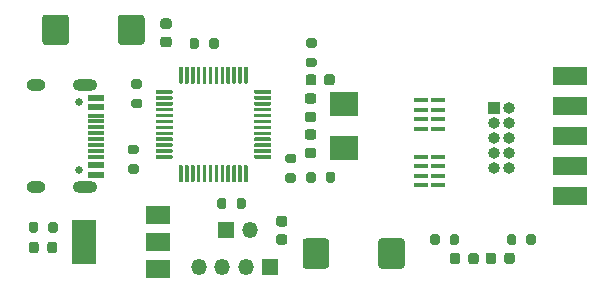
<source format=gbr>
%TF.GenerationSoftware,KiCad,Pcbnew,(5.1.9-0-10_14)*%
%TF.CreationDate,2021-02-21T16:58:23+08:00*%
%TF.ProjectId,stlinkv21_jlinkob,73746c69-6e6b-4763-9231-5f6a6c696e6b,rev?*%
%TF.SameCoordinates,Original*%
%TF.FileFunction,Soldermask,Top*%
%TF.FilePolarity,Negative*%
%FSLAX46Y46*%
G04 Gerber Fmt 4.6, Leading zero omitted, Abs format (unit mm)*
G04 Created by KiCad (PCBNEW (5.1.9-0-10_14)) date 2021-02-21 16:58:23*
%MOMM*%
%LPD*%
G01*
G04 APERTURE LIST*
%ADD10R,1.200000X0.400000*%
%ADD11R,2.400000X2.000000*%
%ADD12R,2.000000X1.500000*%
%ADD13R,2.000000X3.800000*%
%ADD14R,2.999994X1.519936*%
%ADD15O,1.350000X1.350000*%
%ADD16R,1.350000X1.350000*%
%ADD17O,1.000000X1.000000*%
%ADD18R,1.000000X1.000000*%
%ADD19R,1.450000X0.600000*%
%ADD20R,1.450000X0.300000*%
%ADD21O,2.100000X1.000000*%
%ADD22C,0.650000*%
%ADD23O,1.600000X1.000000*%
G04 APERTURE END LIST*
D10*
%TO.C,RN2*%
X136000000Y-91410000D03*
X136000000Y-90610000D03*
X136000000Y-89810000D03*
X136000000Y-89010000D03*
X134600000Y-91410000D03*
X134600000Y-89010000D03*
X134600000Y-90610000D03*
X134600000Y-89810000D03*
%TD*%
%TO.C,RN1*%
X136000000Y-86610000D03*
X136000000Y-85810000D03*
X136000000Y-85010000D03*
X136000000Y-84210000D03*
X134600000Y-86610000D03*
X134600000Y-84210000D03*
X134600000Y-85810000D03*
X134600000Y-85010000D03*
%TD*%
%TO.C,C6*%
G36*
G01*
X130955000Y-98205001D02*
X130955000Y-96154999D01*
G75*
G02*
X131204999Y-95905000I249999J0D01*
G01*
X132955001Y-95905000D01*
G75*
G02*
X133205000Y-96154999I0J-249999D01*
G01*
X133205000Y-98205001D01*
G75*
G02*
X132955001Y-98455000I-249999J0D01*
G01*
X131204999Y-98455000D01*
G75*
G02*
X130955000Y-98205001I0J249999D01*
G01*
G37*
G36*
G01*
X124555000Y-98205001D02*
X124555000Y-96154999D01*
G75*
G02*
X124804999Y-95905000I249999J0D01*
G01*
X126555001Y-95905000D01*
G75*
G02*
X126805000Y-96154999I0J-249999D01*
G01*
X126805000Y-98205001D01*
G75*
G02*
X126555001Y-98455000I-249999J0D01*
G01*
X124804999Y-98455000D01*
G75*
G02*
X124555000Y-98205001I0J249999D01*
G01*
G37*
%TD*%
%TO.C,C4*%
G36*
G01*
X108915000Y-79265001D02*
X108915000Y-77214999D01*
G75*
G02*
X109164999Y-76965000I249999J0D01*
G01*
X110915001Y-76965000D01*
G75*
G02*
X111165000Y-77214999I0J-249999D01*
G01*
X111165000Y-79265001D01*
G75*
G02*
X110915001Y-79515000I-249999J0D01*
G01*
X109164999Y-79515000D01*
G75*
G02*
X108915000Y-79265001I0J249999D01*
G01*
G37*
G36*
G01*
X102515000Y-79265001D02*
X102515000Y-77214999D01*
G75*
G02*
X102764999Y-76965000I249999J0D01*
G01*
X104515001Y-76965000D01*
G75*
G02*
X104765000Y-77214999I0J-249999D01*
G01*
X104765000Y-79265001D01*
G75*
G02*
X104515001Y-79515000I-249999J0D01*
G01*
X102764999Y-79515000D01*
G75*
G02*
X102515000Y-79265001I0J249999D01*
G01*
G37*
%TD*%
D11*
%TO.C,Y1*%
X128016000Y-84510000D03*
X128016000Y-88210000D03*
%TD*%
%TO.C,R12*%
G36*
G01*
X109945000Y-89615000D02*
X110495000Y-89615000D01*
G75*
G02*
X110695000Y-89815000I0J-200000D01*
G01*
X110695000Y-90215000D01*
G75*
G02*
X110495000Y-90415000I-200000J0D01*
G01*
X109945000Y-90415000D01*
G75*
G02*
X109745000Y-90215000I0J200000D01*
G01*
X109745000Y-89815000D01*
G75*
G02*
X109945000Y-89615000I200000J0D01*
G01*
G37*
G36*
G01*
X109945000Y-87965000D02*
X110495000Y-87965000D01*
G75*
G02*
X110695000Y-88165000I0J-200000D01*
G01*
X110695000Y-88565000D01*
G75*
G02*
X110495000Y-88765000I-200000J0D01*
G01*
X109945000Y-88765000D01*
G75*
G02*
X109745000Y-88565000I0J200000D01*
G01*
X109745000Y-88165000D01*
G75*
G02*
X109945000Y-87965000I200000J0D01*
G01*
G37*
%TD*%
%TO.C,R11*%
G36*
G01*
X125555000Y-79755000D02*
X125005000Y-79755000D01*
G75*
G02*
X124805000Y-79555000I0J200000D01*
G01*
X124805000Y-79155000D01*
G75*
G02*
X125005000Y-78955000I200000J0D01*
G01*
X125555000Y-78955000D01*
G75*
G02*
X125755000Y-79155000I0J-200000D01*
G01*
X125755000Y-79555000D01*
G75*
G02*
X125555000Y-79755000I-200000J0D01*
G01*
G37*
G36*
G01*
X125555000Y-81405000D02*
X125005000Y-81405000D01*
G75*
G02*
X124805000Y-81205000I0J200000D01*
G01*
X124805000Y-80805000D01*
G75*
G02*
X125005000Y-80605000I200000J0D01*
G01*
X125555000Y-80605000D01*
G75*
G02*
X125755000Y-80805000I0J-200000D01*
G01*
X125755000Y-81205000D01*
G75*
G02*
X125555000Y-81405000I-200000J0D01*
G01*
G37*
%TD*%
%TO.C,R10*%
G36*
G01*
X110225000Y-84085000D02*
X110775000Y-84085000D01*
G75*
G02*
X110975000Y-84285000I0J-200000D01*
G01*
X110975000Y-84685000D01*
G75*
G02*
X110775000Y-84885000I-200000J0D01*
G01*
X110225000Y-84885000D01*
G75*
G02*
X110025000Y-84685000I0J200000D01*
G01*
X110025000Y-84285000D01*
G75*
G02*
X110225000Y-84085000I200000J0D01*
G01*
G37*
G36*
G01*
X110225000Y-82435000D02*
X110775000Y-82435000D01*
G75*
G02*
X110975000Y-82635000I0J-200000D01*
G01*
X110975000Y-83035000D01*
G75*
G02*
X110775000Y-83235000I-200000J0D01*
G01*
X110225000Y-83235000D01*
G75*
G02*
X110025000Y-83035000I0J200000D01*
G01*
X110025000Y-82635000D01*
G75*
G02*
X110225000Y-82435000I200000J0D01*
G01*
G37*
%TD*%
%TO.C,R9*%
G36*
G01*
X123265000Y-90395000D02*
X123815000Y-90395000D01*
G75*
G02*
X124015000Y-90595000I0J-200000D01*
G01*
X124015000Y-90995000D01*
G75*
G02*
X123815000Y-91195000I-200000J0D01*
G01*
X123265000Y-91195000D01*
G75*
G02*
X123065000Y-90995000I0J200000D01*
G01*
X123065000Y-90595000D01*
G75*
G02*
X123265000Y-90395000I200000J0D01*
G01*
G37*
G36*
G01*
X123265000Y-88745000D02*
X123815000Y-88745000D01*
G75*
G02*
X124015000Y-88945000I0J-200000D01*
G01*
X124015000Y-89345000D01*
G75*
G02*
X123815000Y-89545000I-200000J0D01*
G01*
X123265000Y-89545000D01*
G75*
G02*
X123065000Y-89345000I0J200000D01*
G01*
X123065000Y-88945000D01*
G75*
G02*
X123265000Y-88745000I200000J0D01*
G01*
G37*
%TD*%
%TO.C,R8*%
G36*
G01*
X126525000Y-90995000D02*
X126525000Y-90445000D01*
G75*
G02*
X126725000Y-90245000I200000J0D01*
G01*
X127125000Y-90245000D01*
G75*
G02*
X127325000Y-90445000I0J-200000D01*
G01*
X127325000Y-90995000D01*
G75*
G02*
X127125000Y-91195000I-200000J0D01*
G01*
X126725000Y-91195000D01*
G75*
G02*
X126525000Y-90995000I0J200000D01*
G01*
G37*
G36*
G01*
X124875000Y-90995000D02*
X124875000Y-90445000D01*
G75*
G02*
X125075000Y-90245000I200000J0D01*
G01*
X125475000Y-90245000D01*
G75*
G02*
X125675000Y-90445000I0J-200000D01*
G01*
X125675000Y-90995000D01*
G75*
G02*
X125475000Y-91195000I-200000J0D01*
G01*
X125075000Y-91195000D01*
G75*
G02*
X124875000Y-90995000I0J200000D01*
G01*
G37*
%TD*%
%TO.C,C7*%
G36*
G01*
X126365000Y-82720000D02*
X126365000Y-82220000D01*
G75*
G02*
X126590000Y-81995000I225000J0D01*
G01*
X127040000Y-81995000D01*
G75*
G02*
X127265000Y-82220000I0J-225000D01*
G01*
X127265000Y-82720000D01*
G75*
G02*
X127040000Y-82945000I-225000J0D01*
G01*
X126590000Y-82945000D01*
G75*
G02*
X126365000Y-82720000I0J225000D01*
G01*
G37*
G36*
G01*
X124815000Y-82720000D02*
X124815000Y-82220000D01*
G75*
G02*
X125040000Y-81995000I225000J0D01*
G01*
X125490000Y-81995000D01*
G75*
G02*
X125715000Y-82220000I0J-225000D01*
G01*
X125715000Y-82720000D01*
G75*
G02*
X125490000Y-82945000I-225000J0D01*
G01*
X125040000Y-82945000D01*
G75*
G02*
X124815000Y-82720000I0J225000D01*
G01*
G37*
%TD*%
%TO.C,C5*%
G36*
G01*
X123030000Y-94895000D02*
X122530000Y-94895000D01*
G75*
G02*
X122305000Y-94670000I0J225000D01*
G01*
X122305000Y-94220000D01*
G75*
G02*
X122530000Y-93995000I225000J0D01*
G01*
X123030000Y-93995000D01*
G75*
G02*
X123255000Y-94220000I0J-225000D01*
G01*
X123255000Y-94670000D01*
G75*
G02*
X123030000Y-94895000I-225000J0D01*
G01*
G37*
G36*
G01*
X123030000Y-96445000D02*
X122530000Y-96445000D01*
G75*
G02*
X122305000Y-96220000I0J225000D01*
G01*
X122305000Y-95770000D01*
G75*
G02*
X122530000Y-95545000I225000J0D01*
G01*
X123030000Y-95545000D01*
G75*
G02*
X123255000Y-95770000I0J-225000D01*
G01*
X123255000Y-96220000D01*
G75*
G02*
X123030000Y-96445000I-225000J0D01*
G01*
G37*
%TD*%
%TO.C,C3*%
G36*
G01*
X113240000Y-78175000D02*
X112740000Y-78175000D01*
G75*
G02*
X112515000Y-77950000I0J225000D01*
G01*
X112515000Y-77500000D01*
G75*
G02*
X112740000Y-77275000I225000J0D01*
G01*
X113240000Y-77275000D01*
G75*
G02*
X113465000Y-77500000I0J-225000D01*
G01*
X113465000Y-77950000D01*
G75*
G02*
X113240000Y-78175000I-225000J0D01*
G01*
G37*
G36*
G01*
X113240000Y-79725000D02*
X112740000Y-79725000D01*
G75*
G02*
X112515000Y-79500000I0J225000D01*
G01*
X112515000Y-79050000D01*
G75*
G02*
X112740000Y-78825000I225000J0D01*
G01*
X113240000Y-78825000D01*
G75*
G02*
X113465000Y-79050000I0J-225000D01*
G01*
X113465000Y-79500000D01*
G75*
G02*
X113240000Y-79725000I-225000J0D01*
G01*
G37*
%TD*%
%TO.C,C2*%
G36*
G01*
X124972000Y-85161000D02*
X125472000Y-85161000D01*
G75*
G02*
X125697000Y-85386000I0J-225000D01*
G01*
X125697000Y-85836000D01*
G75*
G02*
X125472000Y-86061000I-225000J0D01*
G01*
X124972000Y-86061000D01*
G75*
G02*
X124747000Y-85836000I0J225000D01*
G01*
X124747000Y-85386000D01*
G75*
G02*
X124972000Y-85161000I225000J0D01*
G01*
G37*
G36*
G01*
X124972000Y-83611000D02*
X125472000Y-83611000D01*
G75*
G02*
X125697000Y-83836000I0J-225000D01*
G01*
X125697000Y-84286000D01*
G75*
G02*
X125472000Y-84511000I-225000J0D01*
G01*
X124972000Y-84511000D01*
G75*
G02*
X124747000Y-84286000I0J225000D01*
G01*
X124747000Y-83836000D01*
G75*
G02*
X124972000Y-83611000I225000J0D01*
G01*
G37*
%TD*%
%TO.C,C1*%
G36*
G01*
X125472000Y-87559000D02*
X124972000Y-87559000D01*
G75*
G02*
X124747000Y-87334000I0J225000D01*
G01*
X124747000Y-86884000D01*
G75*
G02*
X124972000Y-86659000I225000J0D01*
G01*
X125472000Y-86659000D01*
G75*
G02*
X125697000Y-86884000I0J-225000D01*
G01*
X125697000Y-87334000D01*
G75*
G02*
X125472000Y-87559000I-225000J0D01*
G01*
G37*
G36*
G01*
X125472000Y-89109000D02*
X124972000Y-89109000D01*
G75*
G02*
X124747000Y-88884000I0J225000D01*
G01*
X124747000Y-88434000D01*
G75*
G02*
X124972000Y-88209000I225000J0D01*
G01*
X125472000Y-88209000D01*
G75*
G02*
X125697000Y-88434000I0J-225000D01*
G01*
X125697000Y-88884000D01*
G75*
G02*
X125472000Y-89109000I-225000J0D01*
G01*
G37*
%TD*%
%TO.C,U1*%
G36*
G01*
X119900000Y-89750000D02*
X119900000Y-91075000D01*
G75*
G02*
X119825000Y-91150000I-75000J0D01*
G01*
X119675000Y-91150000D01*
G75*
G02*
X119600000Y-91075000I0J75000D01*
G01*
X119600000Y-89750000D01*
G75*
G02*
X119675000Y-89675000I75000J0D01*
G01*
X119825000Y-89675000D01*
G75*
G02*
X119900000Y-89750000I0J-75000D01*
G01*
G37*
G36*
G01*
X119400000Y-89750000D02*
X119400000Y-91075000D01*
G75*
G02*
X119325000Y-91150000I-75000J0D01*
G01*
X119175000Y-91150000D01*
G75*
G02*
X119100000Y-91075000I0J75000D01*
G01*
X119100000Y-89750000D01*
G75*
G02*
X119175000Y-89675000I75000J0D01*
G01*
X119325000Y-89675000D01*
G75*
G02*
X119400000Y-89750000I0J-75000D01*
G01*
G37*
G36*
G01*
X118900000Y-89750000D02*
X118900000Y-91075000D01*
G75*
G02*
X118825000Y-91150000I-75000J0D01*
G01*
X118675000Y-91150000D01*
G75*
G02*
X118600000Y-91075000I0J75000D01*
G01*
X118600000Y-89750000D01*
G75*
G02*
X118675000Y-89675000I75000J0D01*
G01*
X118825000Y-89675000D01*
G75*
G02*
X118900000Y-89750000I0J-75000D01*
G01*
G37*
G36*
G01*
X118400000Y-89750000D02*
X118400000Y-91075000D01*
G75*
G02*
X118325000Y-91150000I-75000J0D01*
G01*
X118175000Y-91150000D01*
G75*
G02*
X118100000Y-91075000I0J75000D01*
G01*
X118100000Y-89750000D01*
G75*
G02*
X118175000Y-89675000I75000J0D01*
G01*
X118325000Y-89675000D01*
G75*
G02*
X118400000Y-89750000I0J-75000D01*
G01*
G37*
G36*
G01*
X117900000Y-89750000D02*
X117900000Y-91075000D01*
G75*
G02*
X117825000Y-91150000I-75000J0D01*
G01*
X117675000Y-91150000D01*
G75*
G02*
X117600000Y-91075000I0J75000D01*
G01*
X117600000Y-89750000D01*
G75*
G02*
X117675000Y-89675000I75000J0D01*
G01*
X117825000Y-89675000D01*
G75*
G02*
X117900000Y-89750000I0J-75000D01*
G01*
G37*
G36*
G01*
X117400000Y-89750000D02*
X117400000Y-91075000D01*
G75*
G02*
X117325000Y-91150000I-75000J0D01*
G01*
X117175000Y-91150000D01*
G75*
G02*
X117100000Y-91075000I0J75000D01*
G01*
X117100000Y-89750000D01*
G75*
G02*
X117175000Y-89675000I75000J0D01*
G01*
X117325000Y-89675000D01*
G75*
G02*
X117400000Y-89750000I0J-75000D01*
G01*
G37*
G36*
G01*
X116900000Y-89750000D02*
X116900000Y-91075000D01*
G75*
G02*
X116825000Y-91150000I-75000J0D01*
G01*
X116675000Y-91150000D01*
G75*
G02*
X116600000Y-91075000I0J75000D01*
G01*
X116600000Y-89750000D01*
G75*
G02*
X116675000Y-89675000I75000J0D01*
G01*
X116825000Y-89675000D01*
G75*
G02*
X116900000Y-89750000I0J-75000D01*
G01*
G37*
G36*
G01*
X116400000Y-89750000D02*
X116400000Y-91075000D01*
G75*
G02*
X116325000Y-91150000I-75000J0D01*
G01*
X116175000Y-91150000D01*
G75*
G02*
X116100000Y-91075000I0J75000D01*
G01*
X116100000Y-89750000D01*
G75*
G02*
X116175000Y-89675000I75000J0D01*
G01*
X116325000Y-89675000D01*
G75*
G02*
X116400000Y-89750000I0J-75000D01*
G01*
G37*
G36*
G01*
X115900000Y-89750000D02*
X115900000Y-91075000D01*
G75*
G02*
X115825000Y-91150000I-75000J0D01*
G01*
X115675000Y-91150000D01*
G75*
G02*
X115600000Y-91075000I0J75000D01*
G01*
X115600000Y-89750000D01*
G75*
G02*
X115675000Y-89675000I75000J0D01*
G01*
X115825000Y-89675000D01*
G75*
G02*
X115900000Y-89750000I0J-75000D01*
G01*
G37*
G36*
G01*
X115400000Y-89750000D02*
X115400000Y-91075000D01*
G75*
G02*
X115325000Y-91150000I-75000J0D01*
G01*
X115175000Y-91150000D01*
G75*
G02*
X115100000Y-91075000I0J75000D01*
G01*
X115100000Y-89750000D01*
G75*
G02*
X115175000Y-89675000I75000J0D01*
G01*
X115325000Y-89675000D01*
G75*
G02*
X115400000Y-89750000I0J-75000D01*
G01*
G37*
G36*
G01*
X114900000Y-89750000D02*
X114900000Y-91075000D01*
G75*
G02*
X114825000Y-91150000I-75000J0D01*
G01*
X114675000Y-91150000D01*
G75*
G02*
X114600000Y-91075000I0J75000D01*
G01*
X114600000Y-89750000D01*
G75*
G02*
X114675000Y-89675000I75000J0D01*
G01*
X114825000Y-89675000D01*
G75*
G02*
X114900000Y-89750000I0J-75000D01*
G01*
G37*
G36*
G01*
X114400000Y-89750000D02*
X114400000Y-91075000D01*
G75*
G02*
X114325000Y-91150000I-75000J0D01*
G01*
X114175000Y-91150000D01*
G75*
G02*
X114100000Y-91075000I0J75000D01*
G01*
X114100000Y-89750000D01*
G75*
G02*
X114175000Y-89675000I75000J0D01*
G01*
X114325000Y-89675000D01*
G75*
G02*
X114400000Y-89750000I0J-75000D01*
G01*
G37*
G36*
G01*
X113575000Y-88925000D02*
X113575000Y-89075000D01*
G75*
G02*
X113500000Y-89150000I-75000J0D01*
G01*
X112175000Y-89150000D01*
G75*
G02*
X112100000Y-89075000I0J75000D01*
G01*
X112100000Y-88925000D01*
G75*
G02*
X112175000Y-88850000I75000J0D01*
G01*
X113500000Y-88850000D01*
G75*
G02*
X113575000Y-88925000I0J-75000D01*
G01*
G37*
G36*
G01*
X113575000Y-88425000D02*
X113575000Y-88575000D01*
G75*
G02*
X113500000Y-88650000I-75000J0D01*
G01*
X112175000Y-88650000D01*
G75*
G02*
X112100000Y-88575000I0J75000D01*
G01*
X112100000Y-88425000D01*
G75*
G02*
X112175000Y-88350000I75000J0D01*
G01*
X113500000Y-88350000D01*
G75*
G02*
X113575000Y-88425000I0J-75000D01*
G01*
G37*
G36*
G01*
X113575000Y-87925000D02*
X113575000Y-88075000D01*
G75*
G02*
X113500000Y-88150000I-75000J0D01*
G01*
X112175000Y-88150000D01*
G75*
G02*
X112100000Y-88075000I0J75000D01*
G01*
X112100000Y-87925000D01*
G75*
G02*
X112175000Y-87850000I75000J0D01*
G01*
X113500000Y-87850000D01*
G75*
G02*
X113575000Y-87925000I0J-75000D01*
G01*
G37*
G36*
G01*
X113575000Y-87425000D02*
X113575000Y-87575000D01*
G75*
G02*
X113500000Y-87650000I-75000J0D01*
G01*
X112175000Y-87650000D01*
G75*
G02*
X112100000Y-87575000I0J75000D01*
G01*
X112100000Y-87425000D01*
G75*
G02*
X112175000Y-87350000I75000J0D01*
G01*
X113500000Y-87350000D01*
G75*
G02*
X113575000Y-87425000I0J-75000D01*
G01*
G37*
G36*
G01*
X113575000Y-86925000D02*
X113575000Y-87075000D01*
G75*
G02*
X113500000Y-87150000I-75000J0D01*
G01*
X112175000Y-87150000D01*
G75*
G02*
X112100000Y-87075000I0J75000D01*
G01*
X112100000Y-86925000D01*
G75*
G02*
X112175000Y-86850000I75000J0D01*
G01*
X113500000Y-86850000D01*
G75*
G02*
X113575000Y-86925000I0J-75000D01*
G01*
G37*
G36*
G01*
X113575000Y-86425000D02*
X113575000Y-86575000D01*
G75*
G02*
X113500000Y-86650000I-75000J0D01*
G01*
X112175000Y-86650000D01*
G75*
G02*
X112100000Y-86575000I0J75000D01*
G01*
X112100000Y-86425000D01*
G75*
G02*
X112175000Y-86350000I75000J0D01*
G01*
X113500000Y-86350000D01*
G75*
G02*
X113575000Y-86425000I0J-75000D01*
G01*
G37*
G36*
G01*
X113575000Y-85925000D02*
X113575000Y-86075000D01*
G75*
G02*
X113500000Y-86150000I-75000J0D01*
G01*
X112175000Y-86150000D01*
G75*
G02*
X112100000Y-86075000I0J75000D01*
G01*
X112100000Y-85925000D01*
G75*
G02*
X112175000Y-85850000I75000J0D01*
G01*
X113500000Y-85850000D01*
G75*
G02*
X113575000Y-85925000I0J-75000D01*
G01*
G37*
G36*
G01*
X113575000Y-85425000D02*
X113575000Y-85575000D01*
G75*
G02*
X113500000Y-85650000I-75000J0D01*
G01*
X112175000Y-85650000D01*
G75*
G02*
X112100000Y-85575000I0J75000D01*
G01*
X112100000Y-85425000D01*
G75*
G02*
X112175000Y-85350000I75000J0D01*
G01*
X113500000Y-85350000D01*
G75*
G02*
X113575000Y-85425000I0J-75000D01*
G01*
G37*
G36*
G01*
X113575000Y-84925000D02*
X113575000Y-85075000D01*
G75*
G02*
X113500000Y-85150000I-75000J0D01*
G01*
X112175000Y-85150000D01*
G75*
G02*
X112100000Y-85075000I0J75000D01*
G01*
X112100000Y-84925000D01*
G75*
G02*
X112175000Y-84850000I75000J0D01*
G01*
X113500000Y-84850000D01*
G75*
G02*
X113575000Y-84925000I0J-75000D01*
G01*
G37*
G36*
G01*
X113575000Y-84425000D02*
X113575000Y-84575000D01*
G75*
G02*
X113500000Y-84650000I-75000J0D01*
G01*
X112175000Y-84650000D01*
G75*
G02*
X112100000Y-84575000I0J75000D01*
G01*
X112100000Y-84425000D01*
G75*
G02*
X112175000Y-84350000I75000J0D01*
G01*
X113500000Y-84350000D01*
G75*
G02*
X113575000Y-84425000I0J-75000D01*
G01*
G37*
G36*
G01*
X113575000Y-83925000D02*
X113575000Y-84075000D01*
G75*
G02*
X113500000Y-84150000I-75000J0D01*
G01*
X112175000Y-84150000D01*
G75*
G02*
X112100000Y-84075000I0J75000D01*
G01*
X112100000Y-83925000D01*
G75*
G02*
X112175000Y-83850000I75000J0D01*
G01*
X113500000Y-83850000D01*
G75*
G02*
X113575000Y-83925000I0J-75000D01*
G01*
G37*
G36*
G01*
X113575000Y-83425000D02*
X113575000Y-83575000D01*
G75*
G02*
X113500000Y-83650000I-75000J0D01*
G01*
X112175000Y-83650000D01*
G75*
G02*
X112100000Y-83575000I0J75000D01*
G01*
X112100000Y-83425000D01*
G75*
G02*
X112175000Y-83350000I75000J0D01*
G01*
X113500000Y-83350000D01*
G75*
G02*
X113575000Y-83425000I0J-75000D01*
G01*
G37*
G36*
G01*
X114400000Y-81425000D02*
X114400000Y-82750000D01*
G75*
G02*
X114325000Y-82825000I-75000J0D01*
G01*
X114175000Y-82825000D01*
G75*
G02*
X114100000Y-82750000I0J75000D01*
G01*
X114100000Y-81425000D01*
G75*
G02*
X114175000Y-81350000I75000J0D01*
G01*
X114325000Y-81350000D01*
G75*
G02*
X114400000Y-81425000I0J-75000D01*
G01*
G37*
G36*
G01*
X114900000Y-81425000D02*
X114900000Y-82750000D01*
G75*
G02*
X114825000Y-82825000I-75000J0D01*
G01*
X114675000Y-82825000D01*
G75*
G02*
X114600000Y-82750000I0J75000D01*
G01*
X114600000Y-81425000D01*
G75*
G02*
X114675000Y-81350000I75000J0D01*
G01*
X114825000Y-81350000D01*
G75*
G02*
X114900000Y-81425000I0J-75000D01*
G01*
G37*
G36*
G01*
X115400000Y-81425000D02*
X115400000Y-82750000D01*
G75*
G02*
X115325000Y-82825000I-75000J0D01*
G01*
X115175000Y-82825000D01*
G75*
G02*
X115100000Y-82750000I0J75000D01*
G01*
X115100000Y-81425000D01*
G75*
G02*
X115175000Y-81350000I75000J0D01*
G01*
X115325000Y-81350000D01*
G75*
G02*
X115400000Y-81425000I0J-75000D01*
G01*
G37*
G36*
G01*
X115900000Y-81425000D02*
X115900000Y-82750000D01*
G75*
G02*
X115825000Y-82825000I-75000J0D01*
G01*
X115675000Y-82825000D01*
G75*
G02*
X115600000Y-82750000I0J75000D01*
G01*
X115600000Y-81425000D01*
G75*
G02*
X115675000Y-81350000I75000J0D01*
G01*
X115825000Y-81350000D01*
G75*
G02*
X115900000Y-81425000I0J-75000D01*
G01*
G37*
G36*
G01*
X116400000Y-81425000D02*
X116400000Y-82750000D01*
G75*
G02*
X116325000Y-82825000I-75000J0D01*
G01*
X116175000Y-82825000D01*
G75*
G02*
X116100000Y-82750000I0J75000D01*
G01*
X116100000Y-81425000D01*
G75*
G02*
X116175000Y-81350000I75000J0D01*
G01*
X116325000Y-81350000D01*
G75*
G02*
X116400000Y-81425000I0J-75000D01*
G01*
G37*
G36*
G01*
X116900000Y-81425000D02*
X116900000Y-82750000D01*
G75*
G02*
X116825000Y-82825000I-75000J0D01*
G01*
X116675000Y-82825000D01*
G75*
G02*
X116600000Y-82750000I0J75000D01*
G01*
X116600000Y-81425000D01*
G75*
G02*
X116675000Y-81350000I75000J0D01*
G01*
X116825000Y-81350000D01*
G75*
G02*
X116900000Y-81425000I0J-75000D01*
G01*
G37*
G36*
G01*
X117400000Y-81425000D02*
X117400000Y-82750000D01*
G75*
G02*
X117325000Y-82825000I-75000J0D01*
G01*
X117175000Y-82825000D01*
G75*
G02*
X117100000Y-82750000I0J75000D01*
G01*
X117100000Y-81425000D01*
G75*
G02*
X117175000Y-81350000I75000J0D01*
G01*
X117325000Y-81350000D01*
G75*
G02*
X117400000Y-81425000I0J-75000D01*
G01*
G37*
G36*
G01*
X117900000Y-81425000D02*
X117900000Y-82750000D01*
G75*
G02*
X117825000Y-82825000I-75000J0D01*
G01*
X117675000Y-82825000D01*
G75*
G02*
X117600000Y-82750000I0J75000D01*
G01*
X117600000Y-81425000D01*
G75*
G02*
X117675000Y-81350000I75000J0D01*
G01*
X117825000Y-81350000D01*
G75*
G02*
X117900000Y-81425000I0J-75000D01*
G01*
G37*
G36*
G01*
X118400000Y-81425000D02*
X118400000Y-82750000D01*
G75*
G02*
X118325000Y-82825000I-75000J0D01*
G01*
X118175000Y-82825000D01*
G75*
G02*
X118100000Y-82750000I0J75000D01*
G01*
X118100000Y-81425000D01*
G75*
G02*
X118175000Y-81350000I75000J0D01*
G01*
X118325000Y-81350000D01*
G75*
G02*
X118400000Y-81425000I0J-75000D01*
G01*
G37*
G36*
G01*
X118900000Y-81425000D02*
X118900000Y-82750000D01*
G75*
G02*
X118825000Y-82825000I-75000J0D01*
G01*
X118675000Y-82825000D01*
G75*
G02*
X118600000Y-82750000I0J75000D01*
G01*
X118600000Y-81425000D01*
G75*
G02*
X118675000Y-81350000I75000J0D01*
G01*
X118825000Y-81350000D01*
G75*
G02*
X118900000Y-81425000I0J-75000D01*
G01*
G37*
G36*
G01*
X119400000Y-81425000D02*
X119400000Y-82750000D01*
G75*
G02*
X119325000Y-82825000I-75000J0D01*
G01*
X119175000Y-82825000D01*
G75*
G02*
X119100000Y-82750000I0J75000D01*
G01*
X119100000Y-81425000D01*
G75*
G02*
X119175000Y-81350000I75000J0D01*
G01*
X119325000Y-81350000D01*
G75*
G02*
X119400000Y-81425000I0J-75000D01*
G01*
G37*
G36*
G01*
X119900000Y-81425000D02*
X119900000Y-82750000D01*
G75*
G02*
X119825000Y-82825000I-75000J0D01*
G01*
X119675000Y-82825000D01*
G75*
G02*
X119600000Y-82750000I0J75000D01*
G01*
X119600000Y-81425000D01*
G75*
G02*
X119675000Y-81350000I75000J0D01*
G01*
X119825000Y-81350000D01*
G75*
G02*
X119900000Y-81425000I0J-75000D01*
G01*
G37*
G36*
G01*
X121900000Y-83425000D02*
X121900000Y-83575000D01*
G75*
G02*
X121825000Y-83650000I-75000J0D01*
G01*
X120500000Y-83650000D01*
G75*
G02*
X120425000Y-83575000I0J75000D01*
G01*
X120425000Y-83425000D01*
G75*
G02*
X120500000Y-83350000I75000J0D01*
G01*
X121825000Y-83350000D01*
G75*
G02*
X121900000Y-83425000I0J-75000D01*
G01*
G37*
G36*
G01*
X121900000Y-83925000D02*
X121900000Y-84075000D01*
G75*
G02*
X121825000Y-84150000I-75000J0D01*
G01*
X120500000Y-84150000D01*
G75*
G02*
X120425000Y-84075000I0J75000D01*
G01*
X120425000Y-83925000D01*
G75*
G02*
X120500000Y-83850000I75000J0D01*
G01*
X121825000Y-83850000D01*
G75*
G02*
X121900000Y-83925000I0J-75000D01*
G01*
G37*
G36*
G01*
X121900000Y-84425000D02*
X121900000Y-84575000D01*
G75*
G02*
X121825000Y-84650000I-75000J0D01*
G01*
X120500000Y-84650000D01*
G75*
G02*
X120425000Y-84575000I0J75000D01*
G01*
X120425000Y-84425000D01*
G75*
G02*
X120500000Y-84350000I75000J0D01*
G01*
X121825000Y-84350000D01*
G75*
G02*
X121900000Y-84425000I0J-75000D01*
G01*
G37*
G36*
G01*
X121900000Y-84925000D02*
X121900000Y-85075000D01*
G75*
G02*
X121825000Y-85150000I-75000J0D01*
G01*
X120500000Y-85150000D01*
G75*
G02*
X120425000Y-85075000I0J75000D01*
G01*
X120425000Y-84925000D01*
G75*
G02*
X120500000Y-84850000I75000J0D01*
G01*
X121825000Y-84850000D01*
G75*
G02*
X121900000Y-84925000I0J-75000D01*
G01*
G37*
G36*
G01*
X121900000Y-85425000D02*
X121900000Y-85575000D01*
G75*
G02*
X121825000Y-85650000I-75000J0D01*
G01*
X120500000Y-85650000D01*
G75*
G02*
X120425000Y-85575000I0J75000D01*
G01*
X120425000Y-85425000D01*
G75*
G02*
X120500000Y-85350000I75000J0D01*
G01*
X121825000Y-85350000D01*
G75*
G02*
X121900000Y-85425000I0J-75000D01*
G01*
G37*
G36*
G01*
X121900000Y-85925000D02*
X121900000Y-86075000D01*
G75*
G02*
X121825000Y-86150000I-75000J0D01*
G01*
X120500000Y-86150000D01*
G75*
G02*
X120425000Y-86075000I0J75000D01*
G01*
X120425000Y-85925000D01*
G75*
G02*
X120500000Y-85850000I75000J0D01*
G01*
X121825000Y-85850000D01*
G75*
G02*
X121900000Y-85925000I0J-75000D01*
G01*
G37*
G36*
G01*
X121900000Y-86425000D02*
X121900000Y-86575000D01*
G75*
G02*
X121825000Y-86650000I-75000J0D01*
G01*
X120500000Y-86650000D01*
G75*
G02*
X120425000Y-86575000I0J75000D01*
G01*
X120425000Y-86425000D01*
G75*
G02*
X120500000Y-86350000I75000J0D01*
G01*
X121825000Y-86350000D01*
G75*
G02*
X121900000Y-86425000I0J-75000D01*
G01*
G37*
G36*
G01*
X121900000Y-86925000D02*
X121900000Y-87075000D01*
G75*
G02*
X121825000Y-87150000I-75000J0D01*
G01*
X120500000Y-87150000D01*
G75*
G02*
X120425000Y-87075000I0J75000D01*
G01*
X120425000Y-86925000D01*
G75*
G02*
X120500000Y-86850000I75000J0D01*
G01*
X121825000Y-86850000D01*
G75*
G02*
X121900000Y-86925000I0J-75000D01*
G01*
G37*
G36*
G01*
X121900000Y-87425000D02*
X121900000Y-87575000D01*
G75*
G02*
X121825000Y-87650000I-75000J0D01*
G01*
X120500000Y-87650000D01*
G75*
G02*
X120425000Y-87575000I0J75000D01*
G01*
X120425000Y-87425000D01*
G75*
G02*
X120500000Y-87350000I75000J0D01*
G01*
X121825000Y-87350000D01*
G75*
G02*
X121900000Y-87425000I0J-75000D01*
G01*
G37*
G36*
G01*
X121900000Y-87925000D02*
X121900000Y-88075000D01*
G75*
G02*
X121825000Y-88150000I-75000J0D01*
G01*
X120500000Y-88150000D01*
G75*
G02*
X120425000Y-88075000I0J75000D01*
G01*
X120425000Y-87925000D01*
G75*
G02*
X120500000Y-87850000I75000J0D01*
G01*
X121825000Y-87850000D01*
G75*
G02*
X121900000Y-87925000I0J-75000D01*
G01*
G37*
G36*
G01*
X121900000Y-88425000D02*
X121900000Y-88575000D01*
G75*
G02*
X121825000Y-88650000I-75000J0D01*
G01*
X120500000Y-88650000D01*
G75*
G02*
X120425000Y-88575000I0J75000D01*
G01*
X120425000Y-88425000D01*
G75*
G02*
X120500000Y-88350000I75000J0D01*
G01*
X121825000Y-88350000D01*
G75*
G02*
X121900000Y-88425000I0J-75000D01*
G01*
G37*
G36*
G01*
X121900000Y-88925000D02*
X121900000Y-89075000D01*
G75*
G02*
X121825000Y-89150000I-75000J0D01*
G01*
X120500000Y-89150000D01*
G75*
G02*
X120425000Y-89075000I0J75000D01*
G01*
X120425000Y-88925000D01*
G75*
G02*
X120500000Y-88850000I75000J0D01*
G01*
X121825000Y-88850000D01*
G75*
G02*
X121900000Y-88925000I0J-75000D01*
G01*
G37*
%TD*%
%TO.C,R5*%
G36*
G01*
X103015000Y-95225000D02*
X103015000Y-94675000D01*
G75*
G02*
X103215000Y-94475000I200000J0D01*
G01*
X103615000Y-94475000D01*
G75*
G02*
X103815000Y-94675000I0J-200000D01*
G01*
X103815000Y-95225000D01*
G75*
G02*
X103615000Y-95425000I-200000J0D01*
G01*
X103215000Y-95425000D01*
G75*
G02*
X103015000Y-95225000I0J200000D01*
G01*
G37*
G36*
G01*
X101365000Y-95225000D02*
X101365000Y-94675000D01*
G75*
G02*
X101565000Y-94475000I200000J0D01*
G01*
X101965000Y-94475000D01*
G75*
G02*
X102165000Y-94675000I0J-200000D01*
G01*
X102165000Y-95225000D01*
G75*
G02*
X101965000Y-95425000I-200000J0D01*
G01*
X101565000Y-95425000D01*
G75*
G02*
X101365000Y-95225000I0J200000D01*
G01*
G37*
%TD*%
%TO.C,R4*%
G36*
G01*
X136995000Y-96285000D02*
X136995000Y-95735000D01*
G75*
G02*
X137195000Y-95535000I200000J0D01*
G01*
X137595000Y-95535000D01*
G75*
G02*
X137795000Y-95735000I0J-200000D01*
G01*
X137795000Y-96285000D01*
G75*
G02*
X137595000Y-96485000I-200000J0D01*
G01*
X137195000Y-96485000D01*
G75*
G02*
X136995000Y-96285000I0J200000D01*
G01*
G37*
G36*
G01*
X135345000Y-96285000D02*
X135345000Y-95735000D01*
G75*
G02*
X135545000Y-95535000I200000J0D01*
G01*
X135945000Y-95535000D01*
G75*
G02*
X136145000Y-95735000I0J-200000D01*
G01*
X136145000Y-96285000D01*
G75*
G02*
X135945000Y-96485000I-200000J0D01*
G01*
X135545000Y-96485000D01*
G75*
G02*
X135345000Y-96285000I0J200000D01*
G01*
G37*
%TD*%
%TO.C,R3*%
G36*
G01*
X142655000Y-95735000D02*
X142655000Y-96285000D01*
G75*
G02*
X142455000Y-96485000I-200000J0D01*
G01*
X142055000Y-96485000D01*
G75*
G02*
X141855000Y-96285000I0J200000D01*
G01*
X141855000Y-95735000D01*
G75*
G02*
X142055000Y-95535000I200000J0D01*
G01*
X142455000Y-95535000D01*
G75*
G02*
X142655000Y-95735000I0J-200000D01*
G01*
G37*
G36*
G01*
X144305000Y-95735000D02*
X144305000Y-96285000D01*
G75*
G02*
X144105000Y-96485000I-200000J0D01*
G01*
X143705000Y-96485000D01*
G75*
G02*
X143505000Y-96285000I0J200000D01*
G01*
X143505000Y-95735000D01*
G75*
G02*
X143705000Y-95535000I200000J0D01*
G01*
X144105000Y-95535000D01*
G75*
G02*
X144305000Y-95735000I0J-200000D01*
G01*
G37*
%TD*%
%TO.C,D3*%
G36*
G01*
X102220000Y-96413750D02*
X102220000Y-96926250D01*
G75*
G02*
X102001250Y-97145000I-218750J0D01*
G01*
X101563750Y-97145000D01*
G75*
G02*
X101345000Y-96926250I0J218750D01*
G01*
X101345000Y-96413750D01*
G75*
G02*
X101563750Y-96195000I218750J0D01*
G01*
X102001250Y-96195000D01*
G75*
G02*
X102220000Y-96413750I0J-218750D01*
G01*
G37*
G36*
G01*
X103795000Y-96413750D02*
X103795000Y-96926250D01*
G75*
G02*
X103576250Y-97145000I-218750J0D01*
G01*
X103138750Y-97145000D01*
G75*
G02*
X102920000Y-96926250I0J218750D01*
G01*
X102920000Y-96413750D01*
G75*
G02*
X103138750Y-96195000I218750J0D01*
G01*
X103576250Y-96195000D01*
G75*
G02*
X103795000Y-96413750I0J-218750D01*
G01*
G37*
%TD*%
%TO.C,D2*%
G36*
G01*
X138590000Y-97876250D02*
X138590000Y-97363750D01*
G75*
G02*
X138808750Y-97145000I218750J0D01*
G01*
X139246250Y-97145000D01*
G75*
G02*
X139465000Y-97363750I0J-218750D01*
G01*
X139465000Y-97876250D01*
G75*
G02*
X139246250Y-98095000I-218750J0D01*
G01*
X138808750Y-98095000D01*
G75*
G02*
X138590000Y-97876250I0J218750D01*
G01*
G37*
G36*
G01*
X137015000Y-97876250D02*
X137015000Y-97363750D01*
G75*
G02*
X137233750Y-97145000I218750J0D01*
G01*
X137671250Y-97145000D01*
G75*
G02*
X137890000Y-97363750I0J-218750D01*
G01*
X137890000Y-97876250D01*
G75*
G02*
X137671250Y-98095000I-218750J0D01*
G01*
X137233750Y-98095000D01*
G75*
G02*
X137015000Y-97876250I0J218750D01*
G01*
G37*
%TD*%
%TO.C,D1*%
G36*
G01*
X140930000Y-97333750D02*
X140930000Y-97846250D01*
G75*
G02*
X140711250Y-98065000I-218750J0D01*
G01*
X140273750Y-98065000D01*
G75*
G02*
X140055000Y-97846250I0J218750D01*
G01*
X140055000Y-97333750D01*
G75*
G02*
X140273750Y-97115000I218750J0D01*
G01*
X140711250Y-97115000D01*
G75*
G02*
X140930000Y-97333750I0J-218750D01*
G01*
G37*
G36*
G01*
X142505000Y-97333750D02*
X142505000Y-97846250D01*
G75*
G02*
X142286250Y-98065000I-218750J0D01*
G01*
X141848750Y-98065000D01*
G75*
G02*
X141630000Y-97846250I0J218750D01*
G01*
X141630000Y-97333750D01*
G75*
G02*
X141848750Y-97115000I218750J0D01*
G01*
X142286250Y-97115000D01*
G75*
G02*
X142505000Y-97333750I0J-218750D01*
G01*
G37*
%TD*%
D12*
%TO.C,U3*%
X112330000Y-98520000D03*
X112330000Y-93920000D03*
X112330000Y-96220000D03*
D13*
X106030000Y-96220000D03*
%TD*%
D14*
%TO.C,J4*%
X147199394Y-82169746D03*
X147199394Y-84709746D03*
X147199394Y-87249746D03*
X147199394Y-89789746D03*
X147199394Y-92329746D03*
%TD*%
D15*
%TO.C,J3*%
X115750000Y-98300000D03*
X117750000Y-98300000D03*
X119750000Y-98300000D03*
D16*
X121750000Y-98300000D03*
%TD*%
D17*
%TO.C,CON1*%
X140735000Y-89910000D03*
X142005000Y-89910000D03*
X140735000Y-88640000D03*
X142005000Y-88640000D03*
X140735000Y-87370000D03*
X142005000Y-87370000D03*
X140735000Y-86100000D03*
X142005000Y-86100000D03*
X142005000Y-84830000D03*
D18*
X140735000Y-84830000D03*
%TD*%
%TO.C,R2*%
G36*
G01*
X115785000Y-79125000D02*
X115785000Y-79675000D01*
G75*
G02*
X115585000Y-79875000I-200000J0D01*
G01*
X115185000Y-79875000D01*
G75*
G02*
X114985000Y-79675000I0J200000D01*
G01*
X114985000Y-79125000D01*
G75*
G02*
X115185000Y-78925000I200000J0D01*
G01*
X115585000Y-78925000D01*
G75*
G02*
X115785000Y-79125000I0J-200000D01*
G01*
G37*
G36*
G01*
X117435000Y-79125000D02*
X117435000Y-79675000D01*
G75*
G02*
X117235000Y-79875000I-200000J0D01*
G01*
X116835000Y-79875000D01*
G75*
G02*
X116635000Y-79675000I0J200000D01*
G01*
X116635000Y-79125000D01*
G75*
G02*
X116835000Y-78925000I200000J0D01*
G01*
X117235000Y-78925000D01*
G75*
G02*
X117435000Y-79125000I0J-200000D01*
G01*
G37*
%TD*%
%TO.C,R1*%
G36*
G01*
X118955000Y-93205000D02*
X118955000Y-92655000D01*
G75*
G02*
X119155000Y-92455000I200000J0D01*
G01*
X119555000Y-92455000D01*
G75*
G02*
X119755000Y-92655000I0J-200000D01*
G01*
X119755000Y-93205000D01*
G75*
G02*
X119555000Y-93405000I-200000J0D01*
G01*
X119155000Y-93405000D01*
G75*
G02*
X118955000Y-93205000I0J200000D01*
G01*
G37*
G36*
G01*
X117305000Y-93205000D02*
X117305000Y-92655000D01*
G75*
G02*
X117505000Y-92455000I200000J0D01*
G01*
X117905000Y-92455000D01*
G75*
G02*
X118105000Y-92655000I0J-200000D01*
G01*
X118105000Y-93205000D01*
G75*
G02*
X117905000Y-93405000I-200000J0D01*
G01*
X117505000Y-93405000D01*
G75*
G02*
X117305000Y-93205000I0J200000D01*
G01*
G37*
%TD*%
D15*
%TO.C,J2*%
X120070000Y-95230000D03*
D16*
X118070000Y-95230000D03*
%TD*%
D19*
%TO.C,J1*%
X107045000Y-90500000D03*
X107045000Y-89700000D03*
X107045000Y-84800000D03*
X107045000Y-84000000D03*
X107045000Y-84000000D03*
X107045000Y-84800000D03*
X107045000Y-89700000D03*
X107045000Y-90500000D03*
D20*
X107045000Y-85500000D03*
X107045000Y-86000000D03*
X107045000Y-86500000D03*
X107045000Y-87500000D03*
X107045000Y-88000000D03*
X107045000Y-88500000D03*
X107045000Y-89000000D03*
X107045000Y-87000000D03*
D21*
X106130000Y-91570000D03*
X106130000Y-82930000D03*
D22*
X105600000Y-84360000D03*
D23*
X101950000Y-82930000D03*
D22*
X105600000Y-90140000D03*
D23*
X101950000Y-91570000D03*
%TD*%
M02*

</source>
